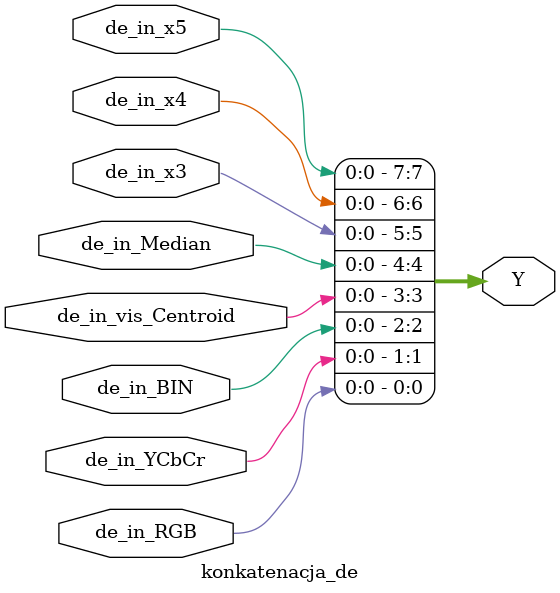
<source format=v>
`timescale 1ns / 1ps

module konkatenacja_de(
    input de_in_RGB,
        input de_in_YCbCr,
        input de_in_BIN,
        input de_in_vis_Centroid,
        input de_in_Median,
        input de_in_x3,
        input de_in_x4,
        input de_in_x5,
        output [7:0] Y       
);
assign Y = {de_in_x5,de_in_x4,de_in_x3,de_in_Median,de_in_vis_Centroid,de_in_BIN,de_in_YCbCr,de_in_RGB};
endmodule

</source>
